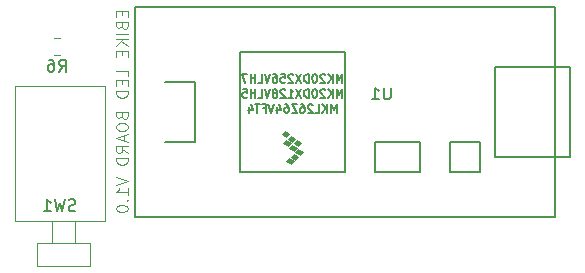
<source format=gbr>
G04 #@! TF.GenerationSoftware,KiCad,Pcbnew,(5.1.9-0-10_14)*
G04 #@! TF.CreationDate,2021-07-01T12:37:05-04:00*
G04 #@! TF.ProjectId,ebike_LED,6562696b-655f-44c4-9544-2e6b69636164,rev?*
G04 #@! TF.SameCoordinates,Original*
G04 #@! TF.FileFunction,Legend,Bot*
G04 #@! TF.FilePolarity,Positive*
%FSLAX46Y46*%
G04 Gerber Fmt 4.6, Leading zero omitted, Abs format (unit mm)*
G04 Created by KiCad (PCBNEW (5.1.9-0-10_14)) date 2021-07-01 12:37:05*
%MOMM*%
%LPD*%
G01*
G04 APERTURE LIST*
%ADD10C,0.100000*%
%ADD11C,0.120000*%
%ADD12C,0.150000*%
G04 APERTURE END LIST*
D10*
X43108571Y-39148809D02*
X43108571Y-39482142D01*
X43632380Y-39625000D02*
X43632380Y-39148809D01*
X42632380Y-39148809D01*
X42632380Y-39625000D01*
X43108571Y-40386904D02*
X43156190Y-40529761D01*
X43203809Y-40577380D01*
X43299047Y-40625000D01*
X43441904Y-40625000D01*
X43537142Y-40577380D01*
X43584761Y-40529761D01*
X43632380Y-40434523D01*
X43632380Y-40053571D01*
X42632380Y-40053571D01*
X42632380Y-40386904D01*
X42680000Y-40482142D01*
X42727619Y-40529761D01*
X42822857Y-40577380D01*
X42918095Y-40577380D01*
X43013333Y-40529761D01*
X43060952Y-40482142D01*
X43108571Y-40386904D01*
X43108571Y-40053571D01*
X43632380Y-41053571D02*
X42632380Y-41053571D01*
X43632380Y-41529761D02*
X42632380Y-41529761D01*
X43632380Y-42101190D02*
X43060952Y-41672619D01*
X42632380Y-42101190D02*
X43203809Y-41529761D01*
X43108571Y-42529761D02*
X43108571Y-42863095D01*
X43632380Y-43005952D02*
X43632380Y-42529761D01*
X42632380Y-42529761D01*
X42632380Y-43005952D01*
X43632380Y-44672619D02*
X43632380Y-44196428D01*
X42632380Y-44196428D01*
X43108571Y-45005952D02*
X43108571Y-45339285D01*
X43632380Y-45482142D02*
X43632380Y-45005952D01*
X42632380Y-45005952D01*
X42632380Y-45482142D01*
X43632380Y-45910714D02*
X42632380Y-45910714D01*
X42632380Y-46148809D01*
X42680000Y-46291666D01*
X42775238Y-46386904D01*
X42870476Y-46434523D01*
X43060952Y-46482142D01*
X43203809Y-46482142D01*
X43394285Y-46434523D01*
X43489523Y-46386904D01*
X43584761Y-46291666D01*
X43632380Y-46148809D01*
X43632380Y-45910714D01*
X43108571Y-48005952D02*
X43156190Y-48148809D01*
X43203809Y-48196428D01*
X43299047Y-48244047D01*
X43441904Y-48244047D01*
X43537142Y-48196428D01*
X43584761Y-48148809D01*
X43632380Y-48053571D01*
X43632380Y-47672619D01*
X42632380Y-47672619D01*
X42632380Y-48005952D01*
X42680000Y-48101190D01*
X42727619Y-48148809D01*
X42822857Y-48196428D01*
X42918095Y-48196428D01*
X43013333Y-48148809D01*
X43060952Y-48101190D01*
X43108571Y-48005952D01*
X43108571Y-47672619D01*
X42632380Y-48863095D02*
X42632380Y-49053571D01*
X42680000Y-49148809D01*
X42775238Y-49244047D01*
X42965714Y-49291666D01*
X43299047Y-49291666D01*
X43489523Y-49244047D01*
X43584761Y-49148809D01*
X43632380Y-49053571D01*
X43632380Y-48863095D01*
X43584761Y-48767857D01*
X43489523Y-48672619D01*
X43299047Y-48625000D01*
X42965714Y-48625000D01*
X42775238Y-48672619D01*
X42680000Y-48767857D01*
X42632380Y-48863095D01*
X43346666Y-49672619D02*
X43346666Y-50148809D01*
X43632380Y-49577380D02*
X42632380Y-49910714D01*
X43632380Y-50244047D01*
X43632380Y-51148809D02*
X43156190Y-50815476D01*
X43632380Y-50577380D02*
X42632380Y-50577380D01*
X42632380Y-50958333D01*
X42680000Y-51053571D01*
X42727619Y-51101190D01*
X42822857Y-51148809D01*
X42965714Y-51148809D01*
X43060952Y-51101190D01*
X43108571Y-51053571D01*
X43156190Y-50958333D01*
X43156190Y-50577380D01*
X43632380Y-51577380D02*
X42632380Y-51577380D01*
X42632380Y-51815476D01*
X42680000Y-51958333D01*
X42775238Y-52053571D01*
X42870476Y-52101190D01*
X43060952Y-52148809D01*
X43203809Y-52148809D01*
X43394285Y-52101190D01*
X43489523Y-52053571D01*
X43584761Y-51958333D01*
X43632380Y-51815476D01*
X43632380Y-51577380D01*
X42632380Y-53196428D02*
X43632380Y-53529761D01*
X42632380Y-53863095D01*
X43632380Y-54720238D02*
X43632380Y-54148809D01*
X43632380Y-54434523D02*
X42632380Y-54434523D01*
X42775238Y-54339285D01*
X42870476Y-54244047D01*
X42918095Y-54148809D01*
X43537142Y-55148809D02*
X43584761Y-55196428D01*
X43632380Y-55148809D01*
X43584761Y-55101190D01*
X43537142Y-55148809D01*
X43632380Y-55148809D01*
X42632380Y-55815476D02*
X42632380Y-55910714D01*
X42680000Y-56005952D01*
X42727619Y-56053571D01*
X42822857Y-56101190D01*
X43013333Y-56148809D01*
X43251428Y-56148809D01*
X43441904Y-56101190D01*
X43537142Y-56053571D01*
X43584761Y-56005952D01*
X43632380Y-55910714D01*
X43632380Y-55815476D01*
X43584761Y-55720238D01*
X43537142Y-55672619D01*
X43441904Y-55625000D01*
X43251428Y-55577380D01*
X43013333Y-55577380D01*
X42822857Y-55625000D01*
X42727619Y-55672619D01*
X42680000Y-55720238D01*
X42632380Y-55815476D01*
D11*
X35960000Y-58803000D02*
X40405000Y-58803000D01*
X35960000Y-60708000D02*
X35960000Y-58803000D01*
X40405000Y-60708000D02*
X35960000Y-60708000D01*
X40405000Y-58803000D02*
X40405000Y-60708000D01*
X37230000Y-56898000D02*
X39135000Y-56898000D01*
X37230000Y-58803000D02*
X37230000Y-56898000D01*
X39135000Y-58803000D02*
X37230000Y-58803000D01*
X39135000Y-56898000D02*
X39135000Y-58803000D01*
X34055000Y-56898000D02*
X34055000Y-45468000D01*
X41675000Y-45468000D02*
X34055000Y-45468000D01*
X41675000Y-45468000D02*
X41675000Y-56898000D01*
X41675000Y-56898000D02*
X34055000Y-56898000D01*
X37415736Y-41429000D02*
X37869864Y-41429000D01*
X37415736Y-42899000D02*
X37869864Y-42899000D01*
D12*
X79800000Y-51480000D02*
X81070000Y-51480000D01*
X81070000Y-51480000D02*
X81070000Y-43860000D01*
X81070000Y-43860000D02*
X79800000Y-43860000D01*
X68370000Y-52750000D02*
X64560000Y-52750000D01*
X64560000Y-52750000D02*
X64560000Y-50210000D01*
X64560000Y-50210000D02*
X68370000Y-50210000D01*
X68370000Y-50210000D02*
X68370000Y-52750000D01*
X74720000Y-51480000D02*
X74720000Y-43860000D01*
X74720000Y-43860000D02*
X79800000Y-43860000D01*
X74720000Y-51480000D02*
X79800000Y-51480000D01*
X73450000Y-52750000D02*
X70910000Y-52750000D01*
X70910000Y-52750000D02*
X70910000Y-50210000D01*
X70910000Y-50210000D02*
X73450000Y-50210000D01*
X73450000Y-50210000D02*
X73450000Y-52750000D01*
X46780000Y-50210000D02*
X49320000Y-50210000D01*
X49320000Y-50210000D02*
X49320000Y-45130000D01*
X49320000Y-45130000D02*
X46780000Y-45130000D01*
X53130000Y-52750000D02*
X53130000Y-42590000D01*
X62020000Y-42590000D02*
X62020000Y-52750000D01*
X53130000Y-42590000D02*
X62020000Y-42590000D01*
X53130000Y-52750000D02*
X62020000Y-52750000D01*
X79800000Y-38780000D02*
X44240000Y-38780000D01*
X44240000Y-38780000D02*
X44240000Y-56560000D01*
X44240000Y-56560000D02*
X79800000Y-56560000D01*
X79800000Y-56560000D02*
X79800000Y-38780000D01*
D10*
G36*
X58083000Y-50591000D02*
G01*
X58337000Y-50337000D01*
X57956000Y-50083000D01*
X57702000Y-50337000D01*
X58083000Y-50591000D01*
G37*
X58083000Y-50591000D02*
X58337000Y-50337000D01*
X57956000Y-50083000D01*
X57702000Y-50337000D01*
X58083000Y-50591000D01*
G36*
X57702000Y-50972000D02*
G01*
X57956000Y-50718000D01*
X57575000Y-50464000D01*
X57321000Y-50718000D01*
X57702000Y-50972000D01*
G37*
X57702000Y-50972000D02*
X57956000Y-50718000D01*
X57575000Y-50464000D01*
X57321000Y-50718000D01*
X57702000Y-50972000D01*
G36*
X57067000Y-49829000D02*
G01*
X57321000Y-49575000D01*
X56940000Y-49321000D01*
X56686000Y-49575000D01*
X57067000Y-49829000D01*
G37*
X57067000Y-49829000D02*
X57321000Y-49575000D01*
X56940000Y-49321000D01*
X56686000Y-49575000D01*
X57067000Y-49829000D01*
G36*
X57829000Y-51734000D02*
G01*
X58083000Y-51480000D01*
X57702000Y-51226000D01*
X57448000Y-51480000D01*
X57829000Y-51734000D01*
G37*
X57829000Y-51734000D02*
X58083000Y-51480000D01*
X57702000Y-51226000D01*
X57448000Y-51480000D01*
X57829000Y-51734000D01*
G36*
X57575000Y-50210000D02*
G01*
X57829000Y-49956000D01*
X57448000Y-49702000D01*
X57194000Y-49956000D01*
X57575000Y-50210000D01*
G37*
X57575000Y-50210000D02*
X57829000Y-49956000D01*
X57448000Y-49702000D01*
X57194000Y-49956000D01*
X57575000Y-50210000D01*
G36*
X57448000Y-52115000D02*
G01*
X57702000Y-51861000D01*
X57321000Y-51607000D01*
X57067000Y-51861000D01*
X57448000Y-52115000D01*
G37*
X57448000Y-52115000D02*
X57702000Y-51861000D01*
X57321000Y-51607000D01*
X57067000Y-51861000D01*
X57448000Y-52115000D01*
G36*
X58210000Y-51353000D02*
G01*
X58464000Y-51099000D01*
X58083000Y-50845000D01*
X57829000Y-51099000D01*
X58210000Y-51353000D01*
G37*
X58210000Y-51353000D02*
X58464000Y-51099000D01*
X58083000Y-50845000D01*
X57829000Y-51099000D01*
X58210000Y-51353000D01*
G36*
X57194000Y-50591000D02*
G01*
X57448000Y-50337000D01*
X57067000Y-50083000D01*
X56813000Y-50337000D01*
X57194000Y-50591000D01*
G37*
X57194000Y-50591000D02*
X57448000Y-50337000D01*
X57067000Y-50083000D01*
X56813000Y-50337000D01*
X57194000Y-50591000D01*
D12*
X39198333Y-56032761D02*
X39055476Y-56080380D01*
X38817380Y-56080380D01*
X38722142Y-56032761D01*
X38674523Y-55985142D01*
X38626904Y-55889904D01*
X38626904Y-55794666D01*
X38674523Y-55699428D01*
X38722142Y-55651809D01*
X38817380Y-55604190D01*
X39007857Y-55556571D01*
X39103095Y-55508952D01*
X39150714Y-55461333D01*
X39198333Y-55366095D01*
X39198333Y-55270857D01*
X39150714Y-55175619D01*
X39103095Y-55128000D01*
X39007857Y-55080380D01*
X38769761Y-55080380D01*
X38626904Y-55128000D01*
X38293571Y-55080380D02*
X38055476Y-56080380D01*
X37865000Y-55366095D01*
X37674523Y-56080380D01*
X37436428Y-55080380D01*
X36531666Y-56080380D02*
X37103095Y-56080380D01*
X36817380Y-56080380D02*
X36817380Y-55080380D01*
X36912619Y-55223238D01*
X37007857Y-55318476D01*
X37103095Y-55366095D01*
X37809466Y-44266380D02*
X38142800Y-43790190D01*
X38380895Y-44266380D02*
X38380895Y-43266380D01*
X37999942Y-43266380D01*
X37904704Y-43314000D01*
X37857085Y-43361619D01*
X37809466Y-43456857D01*
X37809466Y-43599714D01*
X37857085Y-43694952D01*
X37904704Y-43742571D01*
X37999942Y-43790190D01*
X38380895Y-43790190D01*
X36952323Y-43266380D02*
X37142800Y-43266380D01*
X37238038Y-43314000D01*
X37285657Y-43361619D01*
X37380895Y-43504476D01*
X37428514Y-43694952D01*
X37428514Y-44075904D01*
X37380895Y-44171142D01*
X37333276Y-44218761D01*
X37238038Y-44266380D01*
X37047561Y-44266380D01*
X36952323Y-44218761D01*
X36904704Y-44171142D01*
X36857085Y-44075904D01*
X36857085Y-43837809D01*
X36904704Y-43742571D01*
X36952323Y-43694952D01*
X37047561Y-43647333D01*
X37238038Y-43647333D01*
X37333276Y-43694952D01*
X37380895Y-43742571D01*
X37428514Y-43837809D01*
X65881904Y-45622380D02*
X65881904Y-46431904D01*
X65834285Y-46527142D01*
X65786666Y-46574761D01*
X65691428Y-46622380D01*
X65500952Y-46622380D01*
X65405714Y-46574761D01*
X65358095Y-46527142D01*
X65310476Y-46431904D01*
X65310476Y-45622380D01*
X64310476Y-46622380D02*
X64881904Y-46622380D01*
X64596190Y-46622380D02*
X64596190Y-45622380D01*
X64691428Y-45765238D01*
X64786666Y-45860476D01*
X64881904Y-45908095D01*
X61791666Y-46462666D02*
X61791666Y-45762666D01*
X61558333Y-46262666D01*
X61325000Y-45762666D01*
X61325000Y-46462666D01*
X60991666Y-46462666D02*
X60991666Y-45762666D01*
X60591666Y-46462666D02*
X60891666Y-46062666D01*
X60591666Y-45762666D02*
X60991666Y-46162666D01*
X60325000Y-45829333D02*
X60291666Y-45796000D01*
X60225000Y-45762666D01*
X60058333Y-45762666D01*
X59991666Y-45796000D01*
X59958333Y-45829333D01*
X59925000Y-45896000D01*
X59925000Y-45962666D01*
X59958333Y-46062666D01*
X60358333Y-46462666D01*
X59925000Y-46462666D01*
X59491666Y-45762666D02*
X59425000Y-45762666D01*
X59358333Y-45796000D01*
X59325000Y-45829333D01*
X59291666Y-45896000D01*
X59258333Y-46029333D01*
X59258333Y-46196000D01*
X59291666Y-46329333D01*
X59325000Y-46396000D01*
X59358333Y-46429333D01*
X59425000Y-46462666D01*
X59491666Y-46462666D01*
X59558333Y-46429333D01*
X59591666Y-46396000D01*
X59625000Y-46329333D01*
X59658333Y-46196000D01*
X59658333Y-46029333D01*
X59625000Y-45896000D01*
X59591666Y-45829333D01*
X59558333Y-45796000D01*
X59491666Y-45762666D01*
X58958333Y-46462666D02*
X58958333Y-45762666D01*
X58791666Y-45762666D01*
X58691666Y-45796000D01*
X58625000Y-45862666D01*
X58591666Y-45929333D01*
X58558333Y-46062666D01*
X58558333Y-46162666D01*
X58591666Y-46296000D01*
X58625000Y-46362666D01*
X58691666Y-46429333D01*
X58791666Y-46462666D01*
X58958333Y-46462666D01*
X58325000Y-45762666D02*
X57858333Y-46462666D01*
X57858333Y-45762666D02*
X58325000Y-46462666D01*
X57225000Y-46462666D02*
X57625000Y-46462666D01*
X57425000Y-46462666D02*
X57425000Y-45762666D01*
X57491666Y-45862666D01*
X57558333Y-45929333D01*
X57625000Y-45962666D01*
X56958333Y-45829333D02*
X56925000Y-45796000D01*
X56858333Y-45762666D01*
X56691666Y-45762666D01*
X56625000Y-45796000D01*
X56591666Y-45829333D01*
X56558333Y-45896000D01*
X56558333Y-45962666D01*
X56591666Y-46062666D01*
X56991666Y-46462666D01*
X56558333Y-46462666D01*
X56158333Y-46062666D02*
X56225000Y-46029333D01*
X56258333Y-45996000D01*
X56291666Y-45929333D01*
X56291666Y-45896000D01*
X56258333Y-45829333D01*
X56225000Y-45796000D01*
X56158333Y-45762666D01*
X56025000Y-45762666D01*
X55958333Y-45796000D01*
X55925000Y-45829333D01*
X55891666Y-45896000D01*
X55891666Y-45929333D01*
X55925000Y-45996000D01*
X55958333Y-46029333D01*
X56025000Y-46062666D01*
X56158333Y-46062666D01*
X56225000Y-46096000D01*
X56258333Y-46129333D01*
X56291666Y-46196000D01*
X56291666Y-46329333D01*
X56258333Y-46396000D01*
X56225000Y-46429333D01*
X56158333Y-46462666D01*
X56025000Y-46462666D01*
X55958333Y-46429333D01*
X55925000Y-46396000D01*
X55891666Y-46329333D01*
X55891666Y-46196000D01*
X55925000Y-46129333D01*
X55958333Y-46096000D01*
X56025000Y-46062666D01*
X55691666Y-45762666D02*
X55458333Y-46462666D01*
X55225000Y-45762666D01*
X54658333Y-46462666D02*
X54991666Y-46462666D01*
X54991666Y-45762666D01*
X54425000Y-46462666D02*
X54425000Y-45762666D01*
X54425000Y-46096000D02*
X54025000Y-46096000D01*
X54025000Y-46462666D02*
X54025000Y-45762666D01*
X53358333Y-45762666D02*
X53691666Y-45762666D01*
X53725000Y-46096000D01*
X53691666Y-46062666D01*
X53625000Y-46029333D01*
X53458333Y-46029333D01*
X53391666Y-46062666D01*
X53358333Y-46096000D01*
X53325000Y-46162666D01*
X53325000Y-46329333D01*
X53358333Y-46396000D01*
X53391666Y-46429333D01*
X53458333Y-46462666D01*
X53625000Y-46462666D01*
X53691666Y-46429333D01*
X53725000Y-46396000D01*
X61308333Y-47732666D02*
X61308333Y-47032666D01*
X61075000Y-47532666D01*
X60841666Y-47032666D01*
X60841666Y-47732666D01*
X60508333Y-47732666D02*
X60508333Y-47032666D01*
X60108333Y-47732666D02*
X60408333Y-47332666D01*
X60108333Y-47032666D02*
X60508333Y-47432666D01*
X59475000Y-47732666D02*
X59808333Y-47732666D01*
X59808333Y-47032666D01*
X59275000Y-47099333D02*
X59241666Y-47066000D01*
X59175000Y-47032666D01*
X59008333Y-47032666D01*
X58941666Y-47066000D01*
X58908333Y-47099333D01*
X58875000Y-47166000D01*
X58875000Y-47232666D01*
X58908333Y-47332666D01*
X59308333Y-47732666D01*
X58875000Y-47732666D01*
X58275000Y-47032666D02*
X58408333Y-47032666D01*
X58475000Y-47066000D01*
X58508333Y-47099333D01*
X58575000Y-47199333D01*
X58608333Y-47332666D01*
X58608333Y-47599333D01*
X58575000Y-47666000D01*
X58541666Y-47699333D01*
X58475000Y-47732666D01*
X58341666Y-47732666D01*
X58275000Y-47699333D01*
X58241666Y-47666000D01*
X58208333Y-47599333D01*
X58208333Y-47432666D01*
X58241666Y-47366000D01*
X58275000Y-47332666D01*
X58341666Y-47299333D01*
X58475000Y-47299333D01*
X58541666Y-47332666D01*
X58575000Y-47366000D01*
X58608333Y-47432666D01*
X57975000Y-47032666D02*
X57508333Y-47032666D01*
X57975000Y-47732666D01*
X57508333Y-47732666D01*
X56941666Y-47032666D02*
X57075000Y-47032666D01*
X57141666Y-47066000D01*
X57175000Y-47099333D01*
X57241666Y-47199333D01*
X57275000Y-47332666D01*
X57275000Y-47599333D01*
X57241666Y-47666000D01*
X57208333Y-47699333D01*
X57141666Y-47732666D01*
X57008333Y-47732666D01*
X56941666Y-47699333D01*
X56908333Y-47666000D01*
X56875000Y-47599333D01*
X56875000Y-47432666D01*
X56908333Y-47366000D01*
X56941666Y-47332666D01*
X57008333Y-47299333D01*
X57141666Y-47299333D01*
X57208333Y-47332666D01*
X57241666Y-47366000D01*
X57275000Y-47432666D01*
X56275000Y-47266000D02*
X56275000Y-47732666D01*
X56441666Y-46999333D02*
X56608333Y-47499333D01*
X56175000Y-47499333D01*
X56008333Y-47032666D02*
X55775000Y-47732666D01*
X55541666Y-47032666D01*
X55075000Y-47366000D02*
X55308333Y-47366000D01*
X55308333Y-47732666D02*
X55308333Y-47032666D01*
X54975000Y-47032666D01*
X54808333Y-47032666D02*
X54408333Y-47032666D01*
X54608333Y-47732666D02*
X54608333Y-47032666D01*
X53875000Y-47266000D02*
X53875000Y-47732666D01*
X54041666Y-46999333D02*
X54208333Y-47499333D01*
X53775000Y-47499333D01*
X61791666Y-45192666D02*
X61791666Y-44492666D01*
X61558333Y-44992666D01*
X61325000Y-44492666D01*
X61325000Y-45192666D01*
X60991666Y-45192666D02*
X60991666Y-44492666D01*
X60591666Y-45192666D02*
X60891666Y-44792666D01*
X60591666Y-44492666D02*
X60991666Y-44892666D01*
X60325000Y-44559333D02*
X60291666Y-44526000D01*
X60225000Y-44492666D01*
X60058333Y-44492666D01*
X59991666Y-44526000D01*
X59958333Y-44559333D01*
X59925000Y-44626000D01*
X59925000Y-44692666D01*
X59958333Y-44792666D01*
X60358333Y-45192666D01*
X59925000Y-45192666D01*
X59491666Y-44492666D02*
X59425000Y-44492666D01*
X59358333Y-44526000D01*
X59325000Y-44559333D01*
X59291666Y-44626000D01*
X59258333Y-44759333D01*
X59258333Y-44926000D01*
X59291666Y-45059333D01*
X59325000Y-45126000D01*
X59358333Y-45159333D01*
X59425000Y-45192666D01*
X59491666Y-45192666D01*
X59558333Y-45159333D01*
X59591666Y-45126000D01*
X59625000Y-45059333D01*
X59658333Y-44926000D01*
X59658333Y-44759333D01*
X59625000Y-44626000D01*
X59591666Y-44559333D01*
X59558333Y-44526000D01*
X59491666Y-44492666D01*
X58958333Y-45192666D02*
X58958333Y-44492666D01*
X58791666Y-44492666D01*
X58691666Y-44526000D01*
X58625000Y-44592666D01*
X58591666Y-44659333D01*
X58558333Y-44792666D01*
X58558333Y-44892666D01*
X58591666Y-45026000D01*
X58625000Y-45092666D01*
X58691666Y-45159333D01*
X58791666Y-45192666D01*
X58958333Y-45192666D01*
X58325000Y-44492666D02*
X57858333Y-45192666D01*
X57858333Y-44492666D02*
X58325000Y-45192666D01*
X57625000Y-44559333D02*
X57591666Y-44526000D01*
X57525000Y-44492666D01*
X57358333Y-44492666D01*
X57291666Y-44526000D01*
X57258333Y-44559333D01*
X57225000Y-44626000D01*
X57225000Y-44692666D01*
X57258333Y-44792666D01*
X57658333Y-45192666D01*
X57225000Y-45192666D01*
X56591666Y-44492666D02*
X56925000Y-44492666D01*
X56958333Y-44826000D01*
X56925000Y-44792666D01*
X56858333Y-44759333D01*
X56691666Y-44759333D01*
X56625000Y-44792666D01*
X56591666Y-44826000D01*
X56558333Y-44892666D01*
X56558333Y-45059333D01*
X56591666Y-45126000D01*
X56625000Y-45159333D01*
X56691666Y-45192666D01*
X56858333Y-45192666D01*
X56925000Y-45159333D01*
X56958333Y-45126000D01*
X55958333Y-44492666D02*
X56091666Y-44492666D01*
X56158333Y-44526000D01*
X56191666Y-44559333D01*
X56258333Y-44659333D01*
X56291666Y-44792666D01*
X56291666Y-45059333D01*
X56258333Y-45126000D01*
X56225000Y-45159333D01*
X56158333Y-45192666D01*
X56025000Y-45192666D01*
X55958333Y-45159333D01*
X55925000Y-45126000D01*
X55891666Y-45059333D01*
X55891666Y-44892666D01*
X55925000Y-44826000D01*
X55958333Y-44792666D01*
X56025000Y-44759333D01*
X56158333Y-44759333D01*
X56225000Y-44792666D01*
X56258333Y-44826000D01*
X56291666Y-44892666D01*
X55691666Y-44492666D02*
X55458333Y-45192666D01*
X55225000Y-44492666D01*
X54658333Y-45192666D02*
X54991666Y-45192666D01*
X54991666Y-44492666D01*
X54425000Y-45192666D02*
X54425000Y-44492666D01*
X54425000Y-44826000D02*
X54025000Y-44826000D01*
X54025000Y-45192666D02*
X54025000Y-44492666D01*
X53758333Y-44492666D02*
X53291666Y-44492666D01*
X53591666Y-45192666D01*
M02*

</source>
